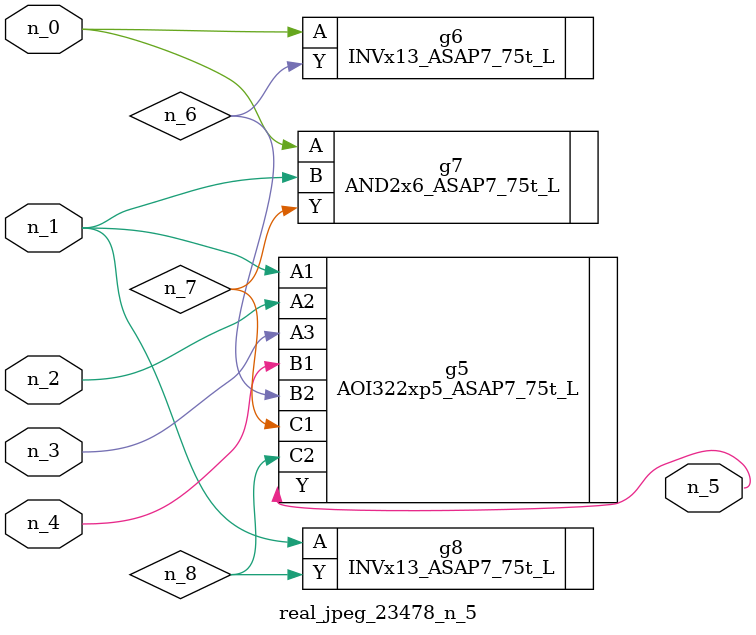
<source format=v>
module real_jpeg_23478_n_5 (n_4, n_0, n_1, n_2, n_3, n_5);

input n_4;
input n_0;
input n_1;
input n_2;
input n_3;

output n_5;

wire n_8;
wire n_6;
wire n_7;

INVx13_ASAP7_75t_L g6 ( 
.A(n_0),
.Y(n_6)
);

AND2x6_ASAP7_75t_L g7 ( 
.A(n_0),
.B(n_1),
.Y(n_7)
);

AOI322xp5_ASAP7_75t_L g5 ( 
.A1(n_1),
.A2(n_2),
.A3(n_3),
.B1(n_4),
.B2(n_6),
.C1(n_7),
.C2(n_8),
.Y(n_5)
);

INVx13_ASAP7_75t_L g8 ( 
.A(n_1),
.Y(n_8)
);


endmodule
</source>
